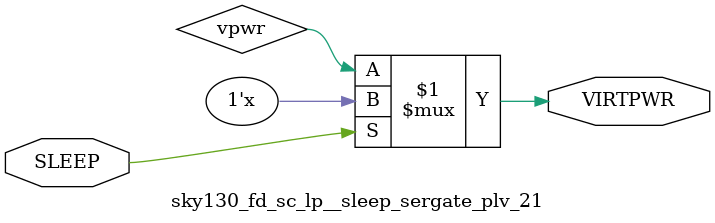
<source format=v>
/*
 * Copyright 2020 The SkyWater PDK Authors
 *
 * Licensed under the Apache License, Version 2.0 (the "License");
 * you may not use this file except in compliance with the License.
 * You may obtain a copy of the License at
 *
 *     https://www.apache.org/licenses/LICENSE-2.0
 *
 * Unless required by applicable law or agreed to in writing, software
 * distributed under the License is distributed on an "AS IS" BASIS,
 * WITHOUT WARRANTIES OR CONDITIONS OF ANY KIND, either express or implied.
 * See the License for the specific language governing permissions and
 * limitations under the License.
 *
 * SPDX-License-Identifier: Apache-2.0
*/


`ifndef SKY130_FD_SC_LP__SLEEP_SERGATE_PLV_21_FUNCTIONAL_V
`define SKY130_FD_SC_LP__SLEEP_SERGATE_PLV_21_FUNCTIONAL_V

/**
 * sleep_sergate_plv: connect vpr to virtpwr when not in sleep mode.
 *
 * Verilog simulation functional model.
 */

`timescale 1ns / 1ps
`default_nettype none

`celldefine
module sky130_fd_sc_lp__sleep_sergate_plv_21 (
    VIRTPWR,
    SLEEP
);

    // Module ports
    output VIRTPWR;
    input  SLEEP  ;

    // Local signals
    wire vgnd;
    wire vpwr;

    //       Name       Output   Other arguments
    pulldown pulldown0 (vgnd   );
    bufif0   bufif00   (VIRTPWR, vpwr, SLEEP    );

endmodule
`endcelldefine

`default_nettype wire
`endif  // SKY130_FD_SC_LP__SLEEP_SERGATE_PLV_21_FUNCTIONAL_V

</source>
